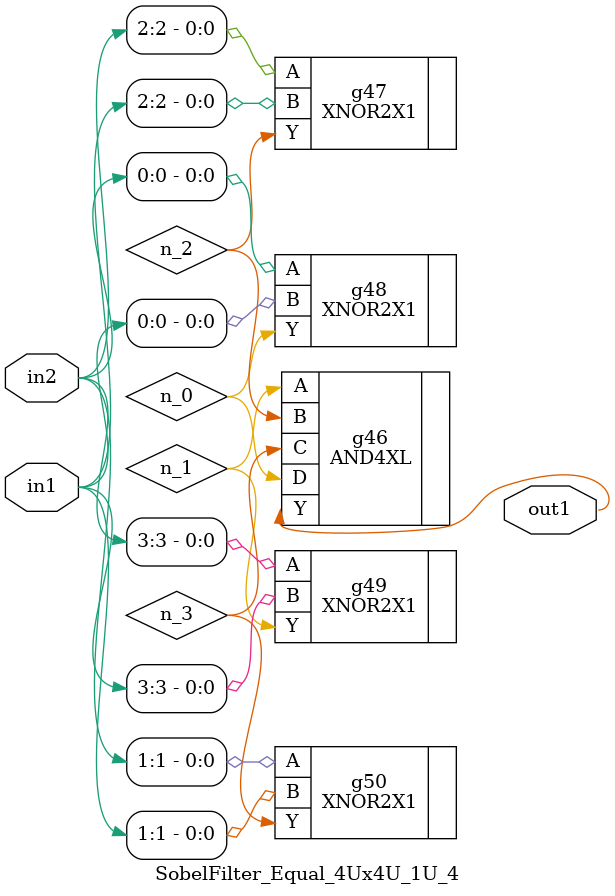
<source format=v>
`timescale 1ps / 1ps


module SobelFilter_Equal_4Ux4U_1U_4(in2, in1, out1);
  input [3:0] in2, in1;
  output out1;
  wire [3:0] in2, in1;
  wire out1;
  wire n_0, n_1, n_2, n_3;
  AND4XL g46(.A (n_1), .B (n_2), .C (n_3), .D (n_0), .Y (out1));
  XNOR2X1 g50(.A (in2[1]), .B (in1[1]), .Y (n_3));
  XNOR2X1 g47(.A (in2[2]), .B (in1[2]), .Y (n_2));
  XNOR2X1 g49(.A (in2[3]), .B (in1[3]), .Y (n_1));
  XNOR2X1 g48(.A (in2[0]), .B (in1[0]), .Y (n_0));
endmodule


</source>
